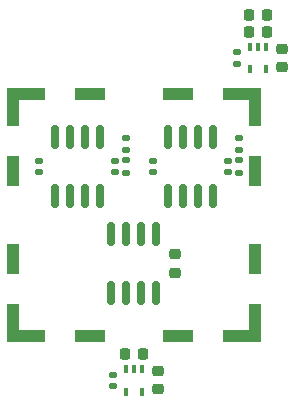
<source format=gbr>
%TF.GenerationSoftware,KiCad,Pcbnew,(5.99.0-12750-ge81b516a82)*%
%TF.CreationDate,2021-11-10T18:22:51+01:00*%
%TF.ProjectId,PrecisionCurrentSource,50726563-6973-4696-9f6e-43757272656e,A*%
%TF.SameCoordinates,Original*%
%TF.FileFunction,Paste,Top*%
%TF.FilePolarity,Positive*%
%FSLAX46Y46*%
G04 Gerber Fmt 4.6, Leading zero omitted, Abs format (unit mm)*
G04 Created by KiCad (PCBNEW (5.99.0-12750-ge81b516a82)) date 2021-11-10 18:22:51*
%MOMM*%
%LPD*%
G01*
G04 APERTURE LIST*
G04 Aperture macros list*
%AMRoundRect*
0 Rectangle with rounded corners*
0 $1 Rounding radius*
0 $2 $3 $4 $5 $6 $7 $8 $9 X,Y pos of 4 corners*
0 Add a 4 corners polygon primitive as box body*
4,1,4,$2,$3,$4,$5,$6,$7,$8,$9,$2,$3,0*
0 Add four circle primitives for the rounded corners*
1,1,$1+$1,$2,$3*
1,1,$1+$1,$4,$5*
1,1,$1+$1,$6,$7*
1,1,$1+$1,$8,$9*
0 Add four rect primitives between the rounded corners*
20,1,$1+$1,$2,$3,$4,$5,0*
20,1,$1+$1,$4,$5,$6,$7,0*
20,1,$1+$1,$6,$7,$8,$9,0*
20,1,$1+$1,$8,$9,$2,$3,0*%
G04 Aperture macros list end*
%ADD10RoundRect,0.135000X0.185000X-0.135000X0.185000X0.135000X-0.185000X0.135000X-0.185000X-0.135000X0*%
%ADD11RoundRect,0.140000X0.170000X-0.140000X0.170000X0.140000X-0.170000X0.140000X-0.170000X-0.140000X0*%
%ADD12RoundRect,0.100000X-0.100000X0.225000X-0.100000X-0.225000X0.100000X-0.225000X0.100000X0.225000X0*%
%ADD13RoundRect,0.225000X0.225000X0.250000X-0.225000X0.250000X-0.225000X-0.250000X0.225000X-0.250000X0*%
%ADD14RoundRect,0.225000X0.250000X-0.225000X0.250000X0.225000X-0.250000X0.225000X-0.250000X-0.225000X0*%
%ADD15RoundRect,0.150000X-0.150000X0.825000X-0.150000X-0.825000X0.150000X-0.825000X0.150000X0.825000X0*%
%ADD16R,2.600000X1.000000*%
%ADD17R,1.000000X2.600000*%
%ADD18R,2.300000X1.000000*%
%ADD19R,1.000000X2.300000*%
%ADD20R,1.000000X1.000000*%
%ADD21RoundRect,0.135000X-0.185000X0.135000X-0.185000X-0.135000X0.185000X-0.135000X0.185000X0.135000X0*%
G04 APERTURE END LIST*
D10*
%TO.C,R2*%
X154900000Y-106610000D03*
X154900000Y-105590000D03*
%TD*%
D11*
%TO.C,C11*%
X144200000Y-124680000D03*
X144200000Y-123720000D03*
%TD*%
D12*
%TO.C,U6*%
X146650000Y-123250000D03*
X146000000Y-123250000D03*
X145350000Y-123250000D03*
X145350000Y-125150000D03*
X146650000Y-125150000D03*
%TD*%
D11*
%TO.C,C5*%
X138000000Y-106580000D03*
X138000000Y-105620000D03*
%TD*%
D13*
%TO.C,C10*%
X146775000Y-122000000D03*
X145225000Y-122000000D03*
%TD*%
D14*
%TO.C,C9*%
X158500000Y-97675000D03*
X158500000Y-96125000D03*
%TD*%
D11*
%TO.C,C8*%
X154700000Y-97380000D03*
X154700000Y-96420000D03*
%TD*%
D12*
%TO.C,U5*%
X157150000Y-95950000D03*
X156500000Y-95950000D03*
X155850000Y-95950000D03*
X155850000Y-97850000D03*
X157150000Y-97850000D03*
%TD*%
D15*
%TO.C,U3*%
X143105000Y-103625000D03*
X141835000Y-103625000D03*
X140565000Y-103625000D03*
X139295000Y-103625000D03*
X139295000Y-108575000D03*
X140565000Y-108575000D03*
X141835000Y-108575000D03*
X143105000Y-108575000D03*
%TD*%
D14*
%TO.C,C13*%
X149500000Y-115075000D03*
X149500000Y-113525000D03*
%TD*%
D11*
%TO.C,C3*%
X147600000Y-106580000D03*
X147600000Y-105620000D03*
%TD*%
D13*
%TO.C,C7*%
X157275000Y-94700000D03*
X155725000Y-94700000D03*
%TD*%
%TO.C,C1*%
X157275000Y-93300000D03*
X155725000Y-93300000D03*
%TD*%
D11*
%TO.C,C4*%
X154000000Y-106580000D03*
X154000000Y-105620000D03*
%TD*%
D15*
%TO.C,U4*%
X147905000Y-111825000D03*
X146635000Y-111825000D03*
X145365000Y-111825000D03*
X144095000Y-111825000D03*
X144095000Y-116775000D03*
X145365000Y-116775000D03*
X146635000Y-116775000D03*
X147905000Y-116775000D03*
%TD*%
D14*
%TO.C,C12*%
X148000000Y-124975000D03*
X148000000Y-123425000D03*
%TD*%
D15*
%TO.C,U2*%
X152705000Y-103625000D03*
X151435000Y-103625000D03*
X150165000Y-103625000D03*
X148895000Y-103625000D03*
X148895000Y-108575000D03*
X150165000Y-108575000D03*
X151435000Y-108575000D03*
X152705000Y-108575000D03*
%TD*%
D16*
%TO.C,J1*%
X142250000Y-120450000D03*
D17*
X135750000Y-113950000D03*
D16*
X149750000Y-99950000D03*
X142250000Y-99950000D03*
D18*
X137400000Y-120450000D03*
D17*
X156250000Y-106450000D03*
D19*
X156250000Y-101600000D03*
X156250000Y-118800000D03*
D20*
X156250000Y-99950000D03*
X135750000Y-120450000D03*
X135750000Y-99950000D03*
D18*
X154600000Y-99950000D03*
D20*
X156250000Y-120450000D03*
D18*
X154600000Y-120450000D03*
D17*
X135750000Y-106450000D03*
D18*
X137400000Y-99950000D03*
D19*
X135750000Y-101600000D03*
D17*
X156250000Y-113950000D03*
D19*
X135750000Y-118800000D03*
D16*
X149750000Y-120450000D03*
%TD*%
D10*
%TO.C,R4*%
X145300000Y-106610000D03*
X145300000Y-105590000D03*
%TD*%
D11*
%TO.C,C6*%
X144400000Y-106580000D03*
X144400000Y-105620000D03*
%TD*%
D21*
%TO.C,R5*%
X145300000Y-103690000D03*
X145300000Y-104710000D03*
%TD*%
%TO.C,R3*%
X154900000Y-103690000D03*
X154900000Y-104710000D03*
%TD*%
M02*

</source>
